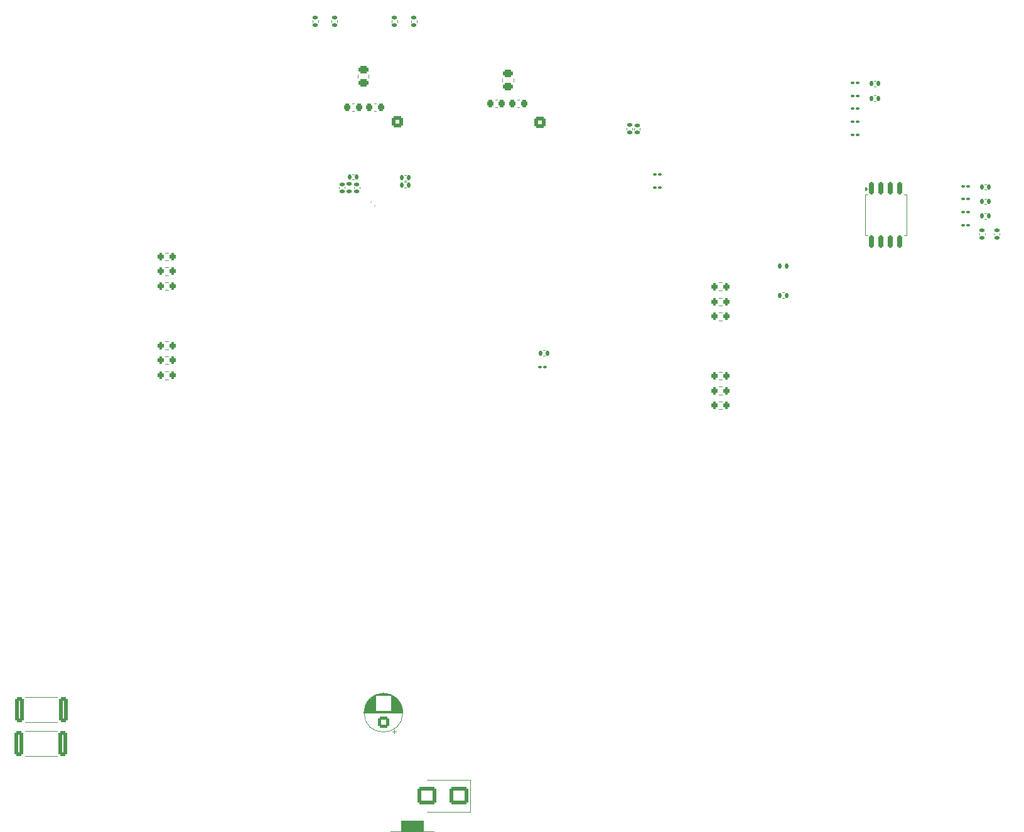
<source format=gbr>
%TF.GenerationSoftware,KiCad,Pcbnew,9.0.2-9-g92f6307ebb*%
%TF.CreationDate,2025-06-20T01:42:08+08:00*%
%TF.ProjectId,HPM5E31_ECatDualFOC,48504d35-4533-4315-9f45-436174447561,rev?*%
%TF.SameCoordinates,Original*%
%TF.FileFunction,Legend,Bot*%
%TF.FilePolarity,Positive*%
%FSLAX46Y46*%
G04 Gerber Fmt 4.6, Leading zero omitted, Abs format (unit mm)*
G04 Created by KiCad (PCBNEW 9.0.2-9-g92f6307ebb) date 2025-06-20 01:42:08*
%MOMM*%
%LPD*%
G01*
G04 APERTURE LIST*
G04 Aperture macros list*
%AMRoundRect*
0 Rectangle with rounded corners*
0 $1 Rounding radius*
0 $2 $3 $4 $5 $6 $7 $8 $9 X,Y pos of 4 corners*
0 Add a 4 corners polygon primitive as box body*
4,1,4,$2,$3,$4,$5,$6,$7,$8,$9,$2,$3,0*
0 Add four circle primitives for the rounded corners*
1,1,$1+$1,$2,$3*
1,1,$1+$1,$4,$5*
1,1,$1+$1,$6,$7*
1,1,$1+$1,$8,$9*
0 Add four rect primitives between the rounded corners*
20,1,$1+$1,$2,$3,$4,$5,0*
20,1,$1+$1,$4,$5,$6,$7,0*
20,1,$1+$1,$6,$7,$8,$9,0*
20,1,$1+$1,$8,$9,$2,$3,0*%
G04 Aperture macros list end*
%ADD10C,0.120000*%
%ADD11C,3.250000*%
%ADD12RoundRect,0.250500X0.499500X0.499500X-0.499500X0.499500X-0.499500X-0.499500X0.499500X-0.499500X0*%
%ADD13C,1.500000*%
%ADD14C,2.500000*%
%ADD15R,1.200000X1.200000*%
%ADD16C,1.200000*%
%ADD17R,1.700000X1.700000*%
%ADD18C,1.700000*%
%ADD19C,3.500000*%
%ADD20O,2.200000X1.400000*%
%ADD21C,2.050000*%
%ADD22C,2.250000*%
%ADD23RoundRect,1.500000X-1.500000X-1.500000X1.500000X-1.500000X1.500000X1.500000X-1.500000X1.500000X0*%
%ADD24C,6.000000*%
%ADD25RoundRect,0.100000X-0.130000X-0.100000X0.130000X-0.100000X0.130000X0.100000X-0.130000X0.100000X0*%
%ADD26RoundRect,0.225000X0.225000X0.250000X-0.225000X0.250000X-0.225000X-0.250000X0.225000X-0.250000X0*%
%ADD27RoundRect,0.162500X-0.162500X0.650000X-0.162500X-0.650000X0.162500X-0.650000X0.162500X0.650000X0*%
%ADD28RoundRect,0.100000X0.130000X0.100000X-0.130000X0.100000X-0.130000X-0.100000X0.130000X-0.100000X0*%
%ADD29RoundRect,0.135000X-0.185000X0.135000X-0.185000X-0.135000X0.185000X-0.135000X0.185000X0.135000X0*%
%ADD30RoundRect,0.200000X-0.200000X-0.275000X0.200000X-0.275000X0.200000X0.275000X-0.200000X0.275000X0*%
%ADD31RoundRect,0.135000X0.185000X-0.135000X0.185000X0.135000X-0.185000X0.135000X-0.185000X-0.135000X0*%
%ADD32RoundRect,0.250000X-0.362500X-1.425000X0.362500X-1.425000X0.362500X1.425000X-0.362500X1.425000X0*%
%ADD33RoundRect,0.250000X0.550000X-0.550000X0.550000X0.550000X-0.550000X0.550000X-0.550000X-0.550000X0*%
%ADD34C,1.600000*%
%ADD35RoundRect,0.200000X0.200000X0.275000X-0.200000X0.275000X-0.200000X-0.275000X0.200000X-0.275000X0*%
%ADD36RoundRect,0.140000X-0.140000X-0.170000X0.140000X-0.170000X0.140000X0.170000X-0.140000X0.170000X0*%
%ADD37RoundRect,0.147500X-0.172500X0.147500X-0.172500X-0.147500X0.172500X-0.147500X0.172500X0.147500X0*%
%ADD38RoundRect,0.100000X-0.100000X0.130000X-0.100000X-0.130000X0.100000X-0.130000X0.100000X0.130000X0*%
%ADD39RoundRect,0.140000X-0.170000X0.140000X-0.170000X-0.140000X0.170000X-0.140000X0.170000X0.140000X0*%
%ADD40RoundRect,0.140000X0.021213X-0.219203X0.219203X-0.021213X-0.021213X0.219203X-0.219203X0.021213X0*%
%ADD41RoundRect,0.140000X0.140000X0.170000X-0.140000X0.170000X-0.140000X-0.170000X0.140000X-0.170000X0*%
%ADD42RoundRect,0.140000X0.170000X-0.140000X0.170000X0.140000X-0.170000X0.140000X-0.170000X-0.140000X0*%
%ADD43RoundRect,0.225000X-0.225000X-0.250000X0.225000X-0.250000X0.225000X0.250000X-0.225000X0.250000X0*%
%ADD44RoundRect,0.147500X-0.147500X-0.172500X0.147500X-0.172500X0.147500X0.172500X-0.147500X0.172500X0*%
%ADD45RoundRect,0.250000X1.000000X0.900000X-1.000000X0.900000X-1.000000X-0.900000X1.000000X-0.900000X0*%
%ADD46RoundRect,0.250000X-0.450000X0.262500X-0.450000X-0.262500X0.450000X-0.262500X0.450000X0.262500X0*%
%ADD47RoundRect,0.100000X0.100000X-0.130000X0.100000X0.130000X-0.100000X0.130000X-0.100000X-0.130000X0*%
G04 APERTURE END LIST*
D10*
%TO.C,C123*%
X92305580Y-77940000D02*
X92024420Y-77940000D01*
X92305580Y-78960000D02*
X92024420Y-78960000D01*
%TO.C,U9*%
X161240000Y-90190000D02*
X161510000Y-90190000D01*
X161240000Y-92950000D02*
X161240000Y-90190000D01*
X161240000Y-92950000D02*
X161240000Y-95710000D01*
X161240000Y-95710000D02*
X161510000Y-95710000D01*
X166760000Y-90190000D02*
X166490000Y-90190000D01*
X166760000Y-92950000D02*
X166760000Y-90190000D01*
X166760000Y-92950000D02*
X166760000Y-95710000D01*
X166760000Y-95710000D02*
X166490000Y-95710000D01*
X161510000Y-89425000D02*
X161180000Y-89665000D01*
X161180000Y-89185000D01*
X161510000Y-89425000D01*
G36*
X161510000Y-89425000D02*
G01*
X161180000Y-89665000D01*
X161180000Y-89185000D01*
X161510000Y-89425000D01*
G37*
%TO.C,R9*%
X129070000Y-81196359D02*
X129070000Y-81503641D01*
X129830000Y-81196359D02*
X129830000Y-81503641D01*
%TO.C,R79*%
X66762742Y-102057500D02*
X67237258Y-102057500D01*
X66762742Y-103102500D02*
X67237258Y-103102500D01*
%TO.C,R99*%
X97360000Y-67003641D02*
X97360000Y-66696359D01*
X98120000Y-67003641D02*
X98120000Y-66696359D01*
%TO.C,R57*%
X47885436Y-162590000D02*
X52239564Y-162590000D01*
X47885436Y-166010000D02*
X52239564Y-166010000D01*
%TO.C,C28*%
X95197500Y-157845000D02*
X94986500Y-157845000D01*
X95197500Y-157885000D02*
X94918500Y-157885000D01*
X95197500Y-157925000D02*
X94854500Y-157925000D01*
X95197500Y-157965000D02*
X94794500Y-157965000D01*
X95197500Y-158005000D02*
X94738500Y-158005000D01*
X95197500Y-158045000D02*
X94684500Y-158045000D01*
X95197500Y-158085000D02*
X94633500Y-158085000D01*
X95197500Y-158125000D02*
X94585500Y-158125000D01*
X95197500Y-158165000D02*
X94538500Y-158165000D01*
X95197500Y-158205000D02*
X94494500Y-158205000D01*
X95197500Y-158245000D02*
X94452500Y-158245000D01*
X95197500Y-158285000D02*
X94412500Y-158285000D01*
X95197500Y-158325000D02*
X94373500Y-158325000D01*
X95197500Y-158365000D02*
X94336500Y-158365000D01*
X95197500Y-158405000D02*
X94301500Y-158405000D01*
X95197500Y-158445000D02*
X94267500Y-158445000D01*
X95197500Y-158485000D02*
X94234500Y-158485000D01*
X95197500Y-158525000D02*
X94202500Y-158525000D01*
X95197500Y-158565000D02*
X94172500Y-158565000D01*
X95197500Y-158605000D02*
X94143500Y-158605000D01*
X95197500Y-158645000D02*
X94115500Y-158645000D01*
X95197500Y-158685000D02*
X94088500Y-158685000D01*
X95197500Y-158725000D02*
X94062500Y-158725000D01*
X95197500Y-158765000D02*
X94038500Y-158765000D01*
X95197500Y-158805000D02*
X94014500Y-158805000D01*
X95197500Y-158845000D02*
X93991500Y-158845000D01*
X95197500Y-158885000D02*
X93969500Y-158885000D01*
X95197500Y-158925000D02*
X93948500Y-158925000D01*
X95197500Y-158965000D02*
X93928500Y-158965000D01*
X95197500Y-159005000D02*
X93908500Y-159005000D01*
X95197500Y-159045000D02*
X93890500Y-159045000D01*
X95197500Y-159085000D02*
X93872500Y-159085000D01*
X95197500Y-159125000D02*
X93855500Y-159125000D01*
X95197500Y-159165000D02*
X93839500Y-159165000D01*
X95197500Y-159205000D02*
X93824500Y-159205000D01*
X95197500Y-159245000D02*
X93809500Y-159245000D01*
X95197500Y-159285000D02*
X93795500Y-159285000D01*
X95197500Y-159325000D02*
X93782500Y-159325000D01*
X95197500Y-159365000D02*
X93770500Y-159365000D01*
X95197500Y-159405000D02*
X93758500Y-159405000D01*
X95197500Y-159445000D02*
X93747500Y-159445000D01*
X95197500Y-159485000D02*
X93736500Y-159485000D01*
X95197500Y-159525000D02*
X93727500Y-159525000D01*
X95197500Y-159565000D02*
X93718500Y-159565000D01*
X95197500Y-159605000D02*
X93709500Y-159605000D01*
X95197500Y-159645000D02*
X93701500Y-159645000D01*
X95197500Y-159685000D02*
X93694500Y-159685000D01*
X95197500Y-159725000D02*
X93688500Y-159725000D01*
X95197500Y-159765000D02*
X93682500Y-159765000D01*
X95197500Y-159805000D02*
X93677500Y-159805000D01*
X95197500Y-159845000D02*
X93672500Y-159845000D01*
X95197500Y-159885000D02*
X93668500Y-159885000D01*
X96520500Y-157525000D02*
X95954500Y-157525000D01*
X96754500Y-157565000D02*
X95720500Y-157565000D01*
X96914500Y-157605000D02*
X95560500Y-157605000D01*
X97042500Y-157645000D02*
X95432500Y-157645000D01*
X97151500Y-157685000D02*
X95323500Y-157685000D01*
X97248500Y-157725000D02*
X95226500Y-157725000D01*
X97335500Y-157765000D02*
X95139500Y-157765000D01*
X97414500Y-157805000D02*
X95060500Y-157805000D01*
X97488500Y-157845000D02*
X97277500Y-157845000D01*
X97556500Y-157885000D02*
X97277500Y-157885000D01*
X97620500Y-157925000D02*
X97277500Y-157925000D01*
X97680500Y-157965000D02*
X97277500Y-157965000D01*
X97712500Y-162929775D02*
X97712500Y-162429775D01*
X97736500Y-158005000D02*
X97277500Y-158005000D01*
X97790500Y-158045000D02*
X97277500Y-158045000D01*
X97841500Y-158085000D02*
X97277500Y-158085000D01*
X97889500Y-158125000D02*
X97277500Y-158125000D01*
X97936500Y-158165000D02*
X97277500Y-158165000D01*
X97962500Y-162679775D02*
X97462500Y-162679775D01*
X97980500Y-158205000D02*
X97277500Y-158205000D01*
X98022500Y-158245000D02*
X97277500Y-158245000D01*
X98062500Y-158285000D02*
X97277500Y-158285000D01*
X98101500Y-158325000D02*
X97277500Y-158325000D01*
X98138500Y-158365000D02*
X97277500Y-158365000D01*
X98173500Y-158405000D02*
X97277500Y-158405000D01*
X98207500Y-158445000D02*
X97277500Y-158445000D01*
X98240500Y-158485000D02*
X97277500Y-158485000D01*
X98272500Y-158525000D02*
X97277500Y-158525000D01*
X98302500Y-158565000D02*
X97277500Y-158565000D01*
X98331500Y-158605000D02*
X97277500Y-158605000D01*
X98359500Y-158645000D02*
X97277500Y-158645000D01*
X98386500Y-158685000D02*
X97277500Y-158685000D01*
X98412500Y-158725000D02*
X97277500Y-158725000D01*
X98436500Y-158765000D02*
X97277500Y-158765000D01*
X98460500Y-158805000D02*
X97277500Y-158805000D01*
X98483500Y-158845000D02*
X97277500Y-158845000D01*
X98505500Y-158885000D02*
X97277500Y-158885000D01*
X98526500Y-158925000D02*
X97277500Y-158925000D01*
X98546500Y-158965000D02*
X97277500Y-158965000D01*
X98566500Y-159005000D02*
X97277500Y-159005000D01*
X98584500Y-159045000D02*
X97277500Y-159045000D01*
X98602500Y-159085000D02*
X97277500Y-159085000D01*
X98619500Y-159125000D02*
X97277500Y-159125000D01*
X98635500Y-159165000D02*
X97277500Y-159165000D01*
X98650500Y-159205000D02*
X97277500Y-159205000D01*
X98665500Y-159245000D02*
X97277500Y-159245000D01*
X98679500Y-159285000D02*
X97277500Y-159285000D01*
X98692500Y-159325000D02*
X97277500Y-159325000D01*
X98704500Y-159365000D02*
X97277500Y-159365000D01*
X98716500Y-159405000D02*
X97277500Y-159405000D01*
X98727500Y-159445000D02*
X97277500Y-159445000D01*
X98738500Y-159485000D02*
X97277500Y-159485000D01*
X98747500Y-159525000D02*
X97277500Y-159525000D01*
X98756500Y-159565000D02*
X97277500Y-159565000D01*
X98765500Y-159605000D02*
X97277500Y-159605000D01*
X98773500Y-159645000D02*
X97277500Y-159645000D01*
X98780500Y-159685000D02*
X97277500Y-159685000D01*
X98786500Y-159725000D02*
X97277500Y-159725000D01*
X98792500Y-159765000D02*
X97277500Y-159765000D01*
X98797500Y-159805000D02*
X97277500Y-159805000D01*
X98802500Y-159845000D02*
X97277500Y-159845000D01*
X98806500Y-159885000D02*
X97277500Y-159885000D01*
X98809500Y-159925000D02*
X93665500Y-159925000D01*
X98812500Y-159965000D02*
X93662500Y-159965000D01*
X98814500Y-160005000D02*
X93660500Y-160005000D01*
X98816500Y-160045000D02*
X93658500Y-160045000D01*
X98817500Y-160085000D02*
X93657500Y-160085000D01*
X98817500Y-160125000D02*
X93657500Y-160125000D01*
X98857500Y-160125000D02*
G75*
G02*
X93617500Y-160125000I-2620000J0D01*
G01*
X93617500Y-160125000D02*
G75*
G02*
X98857500Y-160125000I2620000J0D01*
G01*
%TO.C,R86*%
X141924758Y-118155900D02*
X141450242Y-118155900D01*
X141924758Y-119200900D02*
X141450242Y-119200900D01*
%TO.C,R80*%
X66762742Y-110057500D02*
X67237258Y-110057500D01*
X66762742Y-111102500D02*
X67237258Y-111102500D01*
%TO.C,R91*%
X141924758Y-102105900D02*
X141450242Y-102105900D01*
X141924758Y-103150900D02*
X141450242Y-103150900D01*
%TO.C,C120*%
X99062164Y-87590000D02*
X99277836Y-87590000D01*
X99062164Y-88310000D02*
X99277836Y-88310000D01*
%TO.C,C15*%
X176620000Y-95442164D02*
X176620000Y-95657836D01*
X177340000Y-95442164D02*
X177340000Y-95657836D01*
%TO.C,C20*%
X177322164Y-92770000D02*
X177537836Y-92770000D01*
X177322164Y-93490000D02*
X177537836Y-93490000D01*
%TO.C,R81*%
X66762742Y-112057500D02*
X67237258Y-112057500D01*
X66762742Y-113102500D02*
X67237258Y-113102500D01*
%TO.C,C11*%
X150052164Y-103450000D02*
X150267836Y-103450000D01*
X150052164Y-104170000D02*
X150267836Y-104170000D01*
%TO.C,C114*%
X92290000Y-89192164D02*
X92290000Y-89407836D01*
X93010000Y-89192164D02*
X93010000Y-89407836D01*
%TO.C,C19*%
X178590000Y-95442164D02*
X178590000Y-95657836D01*
X179310000Y-95442164D02*
X179310000Y-95657836D01*
%TO.C,C133*%
X111580580Y-77440000D02*
X111299420Y-77440000D01*
X111580580Y-78460000D02*
X111299420Y-78460000D01*
%TO.C,C116*%
X94469190Y-91221693D02*
X94621693Y-91069190D01*
X94978307Y-91730810D02*
X95130810Y-91578307D01*
%TO.C,C115*%
X92250336Y-87486250D02*
X92034664Y-87486250D01*
X92250336Y-88206250D02*
X92034664Y-88206250D01*
%TO.C,C22*%
X130080000Y-81467836D02*
X130080000Y-81252164D01*
X130800000Y-81467836D02*
X130800000Y-81252164D01*
%TO.C,R96*%
X86660000Y-67003641D02*
X86660000Y-66696359D01*
X87420000Y-67003641D02*
X87420000Y-66696359D01*
%TO.C,R39*%
X47922936Y-157990000D02*
X52277064Y-157990000D01*
X47922936Y-161410000D02*
X52277064Y-161410000D01*
%TO.C,C118*%
X94974420Y-77940000D02*
X95255580Y-77940000D01*
X94974420Y-78960000D02*
X95255580Y-78960000D01*
%TO.C,R82*%
X66762742Y-114107500D02*
X67237258Y-114107500D01*
X66762742Y-115152500D02*
X67237258Y-115152500D01*
%TO.C,D3*%
X107960000Y-169200000D02*
X102150000Y-169200000D01*
X107960000Y-169200000D02*
X107960000Y-173500000D01*
X107960000Y-173500000D02*
X102150000Y-173500000D01*
%TO.C,R87*%
X141924758Y-116155900D02*
X141450242Y-116155900D01*
X141924758Y-117200900D02*
X141450242Y-117200900D01*
%TO.C,C117*%
X90290000Y-89407836D02*
X90290000Y-89192164D01*
X91010000Y-89407836D02*
X91010000Y-89192164D01*
%TO.C,R89*%
X141924758Y-106155900D02*
X141450242Y-106155900D01*
X141924758Y-107200900D02*
X141450242Y-107200900D01*
%TO.C,C119*%
X99062164Y-88555000D02*
X99277836Y-88555000D01*
X99062164Y-89275000D02*
X99277836Y-89275000D01*
%TO.C,R101*%
X92805000Y-74022936D02*
X92805000Y-74477064D01*
X94275000Y-74022936D02*
X94275000Y-74477064D01*
%TO.C,R98*%
X99960000Y-67003641D02*
X99960000Y-66696359D01*
X100720000Y-67003641D02*
X100720000Y-66696359D01*
%TO.C,C128*%
X114299420Y-77440000D02*
X114580580Y-77440000D01*
X114299420Y-78460000D02*
X114580580Y-78460000D01*
%TO.C,C13*%
X177537836Y-88830000D02*
X177322164Y-88830000D01*
X177537836Y-89550000D02*
X177322164Y-89550000D01*
%TO.C,R77*%
X66762742Y-98057500D02*
X67237258Y-98057500D01*
X66762742Y-99102500D02*
X67237258Y-99102500D01*
%TO.C,R88*%
X141924758Y-114155900D02*
X141450242Y-114155900D01*
X141924758Y-115200900D02*
X141450242Y-115200900D01*
%TO.C,R112*%
X112305000Y-74522936D02*
X112305000Y-74977064D01*
X113775000Y-74522936D02*
X113775000Y-74977064D01*
%TO.C,C17*%
X177322164Y-90800000D02*
X177537836Y-90800000D01*
X177322164Y-91520000D02*
X177537836Y-91520000D01*
%TO.C,C9*%
X117772164Y-111240000D02*
X117987836Y-111240000D01*
X117772164Y-111960000D02*
X117987836Y-111960000D01*
%TO.C,C6*%
X162397164Y-74900000D02*
X162612836Y-74900000D01*
X162397164Y-75620000D02*
X162612836Y-75620000D01*
%TO.C,R78*%
X66762742Y-100057500D02*
X67237258Y-100057500D01*
X66762742Y-101102500D02*
X67237258Y-101102500D01*
%TO.C,R90*%
X141924758Y-104155900D02*
X141450242Y-104155900D01*
X141924758Y-105200900D02*
X141450242Y-105200900D01*
%TO.C,R97*%
X89260000Y-67003641D02*
X89260000Y-66696359D01*
X90020000Y-67003641D02*
X90020000Y-66696359D01*
%TO.C,C7*%
X162397164Y-76870000D02*
X162612836Y-76870000D01*
X162397164Y-77590000D02*
X162612836Y-77590000D01*
%TD*%
%LPC*%
D11*
%TO.C,J14*%
X118600000Y-74100000D03*
X107170000Y-74100000D03*
D12*
X117325000Y-80460000D03*
D13*
X116065000Y-83000000D03*
X114785000Y-80460000D03*
X113525000Y-83000000D03*
X112245000Y-80460000D03*
X110985000Y-83000000D03*
X109705000Y-80460000D03*
X108445000Y-83000000D03*
X119510000Y-69200000D03*
X116970000Y-69200000D03*
X108800000Y-69200000D03*
X106260000Y-69200000D03*
D14*
X120630000Y-77150000D03*
X105140000Y-77150000D03*
%TD*%
D15*
%TO.C,J11*%
X71900000Y-98580000D03*
D16*
X69900000Y-98580000D03*
X71900000Y-100580000D03*
X69900000Y-100580000D03*
X71900000Y-102580000D03*
X69900000Y-102580000D03*
X71900000Y-104580000D03*
X69900000Y-104580000D03*
X71900000Y-106580000D03*
X69900000Y-106580000D03*
X71900000Y-108580000D03*
X69900000Y-108580000D03*
X71900000Y-110580000D03*
X69900000Y-110580000D03*
X71900000Y-112580000D03*
X69900000Y-112580000D03*
X71900000Y-114580000D03*
X69900000Y-114580000D03*
X71900000Y-116580000D03*
X69900000Y-116580000D03*
%TD*%
D17*
%TO.C,J4*%
X129470000Y-78010000D03*
D18*
X131970000Y-78010000D03*
X131970000Y-76010000D03*
X129470000Y-76010000D03*
D19*
X124700000Y-73300000D03*
X136740000Y-73300000D03*
%TD*%
D20*
%TO.C,J9*%
X65200430Y-150466355D03*
X70200430Y-150466355D03*
X65200430Y-143466355D03*
X70200430Y-143466355D03*
%TD*%
D21*
%TO.C,J1*%
X44410000Y-97260000D03*
D22*
X41870000Y-94720000D03*
X41870000Y-99800000D03*
X46950000Y-94720000D03*
X46950000Y-99800000D03*
%TD*%
D20*
%TO.C,J6*%
X143320435Y-138266355D03*
X138320435Y-138266355D03*
X143320435Y-145266355D03*
X138320435Y-145266355D03*
%TD*%
%TO.C,J8*%
X65200430Y-135466355D03*
X70200430Y-135466355D03*
X65200430Y-128466355D03*
X70200430Y-128466355D03*
%TD*%
D15*
%TO.C,J12*%
X136787500Y-118678400D03*
D16*
X138787500Y-118678400D03*
X136787500Y-116678400D03*
X138787500Y-116678400D03*
X136787500Y-114678400D03*
X138787500Y-114678400D03*
X136787500Y-112678400D03*
X138787500Y-112678400D03*
X136787500Y-110678400D03*
X138787500Y-110678400D03*
X136787500Y-108678400D03*
X138787500Y-108678400D03*
X136787500Y-106678400D03*
X138787500Y-106678400D03*
X136787500Y-104678400D03*
X138787500Y-104678400D03*
X136787500Y-102678400D03*
X138787500Y-102678400D03*
X136787500Y-100678400D03*
X138787500Y-100678400D03*
%TD*%
D23*
%TO.C,U4*%
X100200000Y-177700000D03*
D24*
X107400000Y-177700000D03*
%TD*%
D20*
%TO.C,J7*%
X143320435Y-153266355D03*
X138320435Y-153266355D03*
X143320435Y-160266355D03*
X138320435Y-160266355D03*
%TD*%
%TO.C,J10*%
X65200430Y-165466355D03*
X70200430Y-165466355D03*
X65200430Y-158466355D03*
X70200430Y-158466355D03*
%TD*%
%TO.C,J5*%
X143320435Y-123266355D03*
X138320435Y-123266355D03*
X143320435Y-130266355D03*
X138320435Y-130266355D03*
%TD*%
D11*
%TO.C,J13*%
X99385000Y-74060000D03*
X87955000Y-74060000D03*
D12*
X98110000Y-80420000D03*
D13*
X96850000Y-82960000D03*
X95570000Y-80420000D03*
X94310000Y-82960000D03*
X93030000Y-80420000D03*
X91770000Y-82960000D03*
X90490000Y-80420000D03*
X89230000Y-82960000D03*
X100295000Y-69160000D03*
X97755000Y-69160000D03*
X89585000Y-69160000D03*
X87045000Y-69160000D03*
D14*
X101415000Y-77110000D03*
X85925000Y-77110000D03*
%TD*%
D25*
%TO.C,C10*%
X132885000Y-89250000D03*
X133525000Y-89250000D03*
%TD*%
D26*
%TO.C,C123*%
X92940000Y-78450000D03*
X91390000Y-78450000D03*
%TD*%
D25*
%TO.C,C5*%
X159525000Y-82150000D03*
X160165000Y-82150000D03*
%TD*%
D27*
%TO.C,U9*%
X162095000Y-89362500D03*
X163365000Y-89362500D03*
X164635000Y-89362500D03*
X165905000Y-89362500D03*
X165905000Y-96537500D03*
X164635000Y-96537500D03*
X163365000Y-96537500D03*
X162095000Y-96537500D03*
%TD*%
D28*
%TO.C,C4*%
X160165000Y-80400000D03*
X159525000Y-80400000D03*
%TD*%
D25*
%TO.C,C18*%
X174450000Y-92580000D03*
X175090000Y-92580000D03*
%TD*%
D29*
%TO.C,R9*%
X129450000Y-80840000D03*
X129450000Y-81860000D03*
%TD*%
D30*
%TO.C,R79*%
X66175000Y-102580000D03*
X67825000Y-102580000D03*
%TD*%
D31*
%TO.C,R99*%
X97740000Y-67360000D03*
X97740000Y-66340000D03*
%TD*%
D32*
%TO.C,R57*%
X47100000Y-164300000D03*
X53025000Y-164300000D03*
%TD*%
D33*
%TO.C,C28*%
X96237500Y-161375000D03*
D34*
X96237500Y-158875000D03*
%TD*%
D35*
%TO.C,R86*%
X142512500Y-118678400D03*
X140862500Y-118678400D03*
%TD*%
D28*
%TO.C,C3*%
X160165000Y-78650000D03*
X159525000Y-78650000D03*
%TD*%
D30*
%TO.C,R80*%
X66175000Y-110580000D03*
X67825000Y-110580000D03*
%TD*%
D25*
%TO.C,C26*%
X183810000Y-89600000D03*
X184450000Y-89600000D03*
%TD*%
D35*
%TO.C,R91*%
X142512500Y-102628400D03*
X140862500Y-102628400D03*
%TD*%
D36*
%TO.C,C120*%
X98690000Y-87950000D03*
X99650000Y-87950000D03*
%TD*%
D37*
%TO.C,FB4*%
X91650000Y-88815000D03*
X91650000Y-89785000D03*
%TD*%
D38*
%TO.C,C24*%
X187980000Y-87880000D03*
X187980000Y-88520000D03*
%TD*%
D39*
%TO.C,C15*%
X176980000Y-95070000D03*
X176980000Y-96030000D03*
%TD*%
D36*
%TO.C,C20*%
X176950000Y-93130000D03*
X177910000Y-93130000D03*
%TD*%
D30*
%TO.C,R81*%
X66175000Y-112580000D03*
X67825000Y-112580000D03*
%TD*%
D25*
%TO.C,C12*%
X132885000Y-87500000D03*
X133525000Y-87500000D03*
%TD*%
D36*
%TO.C,C11*%
X149680000Y-103810000D03*
X150640000Y-103810000D03*
%TD*%
D39*
%TO.C,C114*%
X92650000Y-88820000D03*
X92650000Y-89780000D03*
%TD*%
%TO.C,C19*%
X178950000Y-95070000D03*
X178950000Y-96030000D03*
%TD*%
D26*
%TO.C,C133*%
X112215000Y-77950000D03*
X110665000Y-77950000D03*
%TD*%
D40*
%TO.C,C116*%
X94460589Y-91739411D03*
X95139411Y-91060589D03*
%TD*%
D28*
%TO.C,C27*%
X184450000Y-91350000D03*
X183810000Y-91350000D03*
%TD*%
D41*
%TO.C,C115*%
X92622500Y-87846250D03*
X91662500Y-87846250D03*
%TD*%
D42*
%TO.C,C22*%
X130440000Y-81840000D03*
X130440000Y-80880000D03*
%TD*%
D31*
%TO.C,R96*%
X87040000Y-67360000D03*
X87040000Y-66340000D03*
%TD*%
D32*
%TO.C,R39*%
X47137500Y-159700000D03*
X53062500Y-159700000D03*
%TD*%
D43*
%TO.C,C118*%
X94340000Y-78450000D03*
X95890000Y-78450000D03*
%TD*%
D28*
%TO.C,C2*%
X160165000Y-76900000D03*
X159525000Y-76900000D03*
%TD*%
D30*
%TO.C,R82*%
X66175000Y-114630000D03*
X67825000Y-114630000D03*
%TD*%
D28*
%TO.C,C8*%
X117990000Y-113460000D03*
X117350000Y-113460000D03*
%TD*%
D44*
%TO.C,FB1*%
X149695000Y-99860000D03*
X150665000Y-99860000D03*
%TD*%
D45*
%TO.C,D3*%
X106450000Y-171350000D03*
X102150000Y-171350000D03*
%TD*%
D35*
%TO.C,R87*%
X142512500Y-116678400D03*
X140862500Y-116678400D03*
%TD*%
D25*
%TO.C,C16*%
X174450000Y-90830000D03*
X175090000Y-90830000D03*
%TD*%
D42*
%TO.C,C117*%
X90650000Y-89780000D03*
X90650000Y-88820000D03*
%TD*%
D35*
%TO.C,R89*%
X142512500Y-106678400D03*
X140862500Y-106678400D03*
%TD*%
D36*
%TO.C,C119*%
X98690000Y-88915000D03*
X99650000Y-88915000D03*
%TD*%
D46*
%TO.C,R101*%
X93540000Y-73337500D03*
X93540000Y-75162500D03*
%TD*%
D31*
%TO.C,R98*%
X100340000Y-67360000D03*
X100340000Y-66340000D03*
%TD*%
D25*
%TO.C,C21*%
X174450000Y-94330000D03*
X175090000Y-94330000D03*
%TD*%
D43*
%TO.C,C128*%
X113665000Y-77950000D03*
X115215000Y-77950000D03*
%TD*%
D41*
%TO.C,C13*%
X177910000Y-89190000D03*
X176950000Y-89190000D03*
%TD*%
D30*
%TO.C,R77*%
X66175000Y-98580000D03*
X67825000Y-98580000D03*
%TD*%
D35*
%TO.C,R88*%
X142512500Y-114678400D03*
X140862500Y-114678400D03*
%TD*%
D46*
%TO.C,R112*%
X113040000Y-73837500D03*
X113040000Y-75662500D03*
%TD*%
D25*
%TO.C,C1*%
X159525000Y-75150000D03*
X160165000Y-75150000D03*
%TD*%
D36*
%TO.C,C17*%
X176950000Y-91160000D03*
X177910000Y-91160000D03*
%TD*%
%TO.C,C9*%
X117400000Y-111600000D03*
X118360000Y-111600000D03*
%TD*%
D25*
%TO.C,C14*%
X174450000Y-89080000D03*
X175090000Y-89080000D03*
%TD*%
D47*
%TO.C,C23*%
X186230000Y-88520000D03*
X186230000Y-87880000D03*
%TD*%
D36*
%TO.C,C6*%
X162025000Y-75260000D03*
X162985000Y-75260000D03*
%TD*%
D30*
%TO.C,R78*%
X66175000Y-100580000D03*
X67825000Y-100580000D03*
%TD*%
D35*
%TO.C,R90*%
X142512500Y-104678400D03*
X140862500Y-104678400D03*
%TD*%
D31*
%TO.C,R97*%
X89640000Y-67360000D03*
X89640000Y-66340000D03*
%TD*%
D28*
%TO.C,C25*%
X184450000Y-87850000D03*
X183810000Y-87850000D03*
%TD*%
D36*
%TO.C,C7*%
X162025000Y-77230000D03*
X162985000Y-77230000D03*
%TD*%
%LPD*%
M02*

</source>
